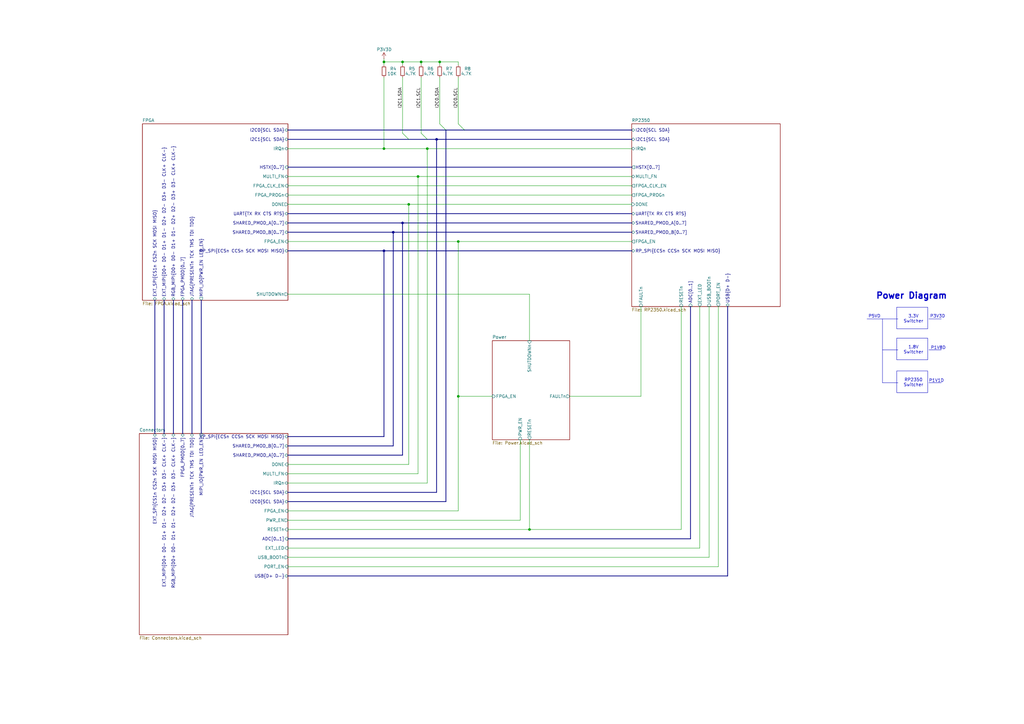
<source format=kicad_sch>
(kicad_sch
	(version 20250114)
	(generator "eeschema")
	(generator_version "9.0")
	(uuid "b75d5d5b-a423-49b6-bf7a-b3510d05dcb9")
	(paper "A3")
	(title_block
		(title "PICO2-NX")
		(date "2025-06-03")
		(rev "0.1")
		(company "tinyVision.ai Inc.")
	)
	(lib_symbols
		(symbol "Device:R_Small"
			(pin_numbers
				(hide yes)
			)
			(pin_names
				(offset 0.254)
				(hide yes)
			)
			(exclude_from_sim no)
			(in_bom yes)
			(on_board yes)
			(property "Reference" "R"
				(at 0 0 90)
				(effects
					(font
						(size 1.016 1.016)
					)
				)
			)
			(property "Value" "R_Small"
				(at 1.778 0 90)
				(effects
					(font
						(size 1.27 1.27)
					)
				)
			)
			(property "Footprint" ""
				(at 0 0 0)
				(effects
					(font
						(size 1.27 1.27)
					)
					(hide yes)
				)
			)
			(property "Datasheet" "~"
				(at 0 0 0)
				(effects
					(font
						(size 1.27 1.27)
					)
					(hide yes)
				)
			)
			(property "Description" "Resistor, small symbol"
				(at 0 0 0)
				(effects
					(font
						(size 1.27 1.27)
					)
					(hide yes)
				)
			)
			(property "ki_keywords" "R resistor"
				(at 0 0 0)
				(effects
					(font
						(size 1.27 1.27)
					)
					(hide yes)
				)
			)
			(property "ki_fp_filters" "R_*"
				(at 0 0 0)
				(effects
					(font
						(size 1.27 1.27)
					)
					(hide yes)
				)
			)
			(symbol "R_Small_0_1"
				(rectangle
					(start -0.762 1.778)
					(end 0.762 -1.778)
					(stroke
						(width 0.2032)
						(type default)
					)
					(fill
						(type none)
					)
				)
			)
			(symbol "R_Small_1_1"
				(pin passive line
					(at 0 2.54 270)
					(length 0.762)
					(name "~"
						(effects
							(font
								(size 1.27 1.27)
							)
						)
					)
					(number "1"
						(effects
							(font
								(size 1.27 1.27)
							)
						)
					)
				)
				(pin passive line
					(at 0 -2.54 90)
					(length 0.762)
					(name "~"
						(effects
							(font
								(size 1.27 1.27)
							)
						)
					)
					(number "2"
						(effects
							(font
								(size 1.27 1.27)
							)
						)
					)
				)
			)
			(embedded_fonts no)
		)
		(symbol "power:VCC"
			(power)
			(pin_numbers
				(hide yes)
			)
			(pin_names
				(offset 0)
				(hide yes)
			)
			(exclude_from_sim no)
			(in_bom yes)
			(on_board yes)
			(property "Reference" "#PWR"
				(at 0 -3.81 0)
				(effects
					(font
						(size 1.27 1.27)
					)
					(hide yes)
				)
			)
			(property "Value" "VCC"
				(at 0 3.556 0)
				(effects
					(font
						(size 1.27 1.27)
					)
				)
			)
			(property "Footprint" ""
				(at 0 0 0)
				(effects
					(font
						(size 1.27 1.27)
					)
					(hide yes)
				)
			)
			(property "Datasheet" ""
				(at 0 0 0)
				(effects
					(font
						(size 1.27 1.27)
					)
					(hide yes)
				)
			)
			(property "Description" "Power symbol creates a global label with name \"VCC\""
				(at 0 0 0)
				(effects
					(font
						(size 1.27 1.27)
					)
					(hide yes)
				)
			)
			(property "ki_keywords" "global power"
				(at 0 0 0)
				(effects
					(font
						(size 1.27 1.27)
					)
					(hide yes)
				)
			)
			(symbol "VCC_0_1"
				(polyline
					(pts
						(xy -0.762 1.27) (xy 0 2.54)
					)
					(stroke
						(width 0)
						(type default)
					)
					(fill
						(type none)
					)
				)
				(polyline
					(pts
						(xy 0 2.54) (xy 0.762 1.27)
					)
					(stroke
						(width 0)
						(type default)
					)
					(fill
						(type none)
					)
				)
				(polyline
					(pts
						(xy 0 0) (xy 0 2.54)
					)
					(stroke
						(width 0)
						(type default)
					)
					(fill
						(type none)
					)
				)
			)
			(symbol "VCC_1_1"
				(pin power_in line
					(at 0 0 90)
					(length 0)
					(name "~"
						(effects
							(font
								(size 1.27 1.27)
							)
						)
					)
					(number "1"
						(effects
							(font
								(size 1.27 1.27)
							)
						)
					)
				)
			)
			(embedded_fonts no)
		)
	)
	(rectangle
		(start 367.792 138.684)
		(end 380.492 147.574)
		(stroke
			(width 0)
			(type default)
		)
		(fill
			(type none)
		)
		(uuid 485c1501-763b-48c9-8a7f-09b87ddeeb19)
	)
	(rectangle
		(start 367.792 125.984)
		(end 380.492 134.874)
		(stroke
			(width 0)
			(type default)
		)
		(fill
			(type none)
		)
		(uuid ab69f9db-a77b-483f-bc37-39862439e3ce)
	)
	(rectangle
		(start 367.792 152.146)
		(end 380.492 161.036)
		(stroke
			(width 0)
			(type default)
		)
		(fill
			(type none)
		)
		(uuid b77e0e3f-c7da-4796-bada-6d6e612e5c9c)
	)
	(text "P1V8D"
		(exclude_from_sim no)
		(at 384.81 142.748 0)
		(effects
			(font
				(size 1.27 1.27)
			)
		)
		(uuid "2e34330c-9cb5-4aab-a601-f2f0fc7dc4c5")
	)
	(text "P1V1D"
		(exclude_from_sim no)
		(at 384.048 156.21 0)
		(effects
			(font
				(size 1.27 1.27)
			)
		)
		(uuid "557a8735-dc27-461e-b71b-4815616856fb")
	)
	(text "3.3V\nSwitcher"
		(exclude_from_sim no)
		(at 374.65 130.81 0)
		(effects
			(font
				(size 1.27 1.27)
			)
		)
		(uuid "765c9957-f922-448a-a325-e7280a77ca5d")
	)
	(text "P5VD"
		(exclude_from_sim no)
		(at 358.648 129.794 0)
		(effects
			(font
				(size 1.27 1.27)
			)
		)
		(uuid "784db386-70f5-4bf2-ad27-5819de6db4dd")
	)
	(text "Power Diagram"
		(exclude_from_sim no)
		(at 373.888 121.412 0)
		(effects
			(font
				(size 2.54 2.54)
				(thickness 0.508)
				(bold yes)
			)
		)
		(uuid "8556204d-c2ed-4083-a68b-a6c409d978c2")
	)
	(text "P3V3D"
		(exclude_from_sim no)
		(at 384.556 129.794 0)
		(effects
			(font
				(size 1.27 1.27)
			)
		)
		(uuid "c1e14fc5-d4ff-4f65-a6a2-3de029bcab0a")
	)
	(text "RP2350\nSwitcher"
		(exclude_from_sim no)
		(at 374.65 156.972 0)
		(effects
			(font
				(size 1.27 1.27)
			)
		)
		(uuid "eb7f5984-d8fd-41d5-8a7f-c8f0d750a36e")
	)
	(text "1.8V\nSwitcher"
		(exclude_from_sim no)
		(at 374.65 143.51 0)
		(effects
			(font
				(size 1.27 1.27)
			)
		)
		(uuid "fdf6fdd8-e6c3-442f-a5cd-c7c4d307fb43")
	)
	(junction
		(at 187.96 99.06)
		(diameter 0)
		(color 0 0 0 0)
		(uuid "04824909-1f0a-416b-ad8a-e74f52190acc")
	)
	(junction
		(at 165.1 25.4)
		(diameter 0)
		(color 0 0 0 0)
		(uuid "0bccc8d5-f804-4afb-8762-58b408e14a8f")
	)
	(junction
		(at 165.1 91.44)
		(diameter 0)
		(color 0 0 0 0)
		(uuid "18888494-1519-47db-9622-3eb7456dfa09")
	)
	(junction
		(at 217.17 217.17)
		(diameter 0)
		(color 0 0 0 0)
		(uuid "33e70b10-35e5-4616-b586-20ac015aaa03")
	)
	(junction
		(at 171.45 72.39)
		(diameter 0)
		(color 0 0 0 0)
		(uuid "416c8db1-c05e-4dd8-8be7-a3b53a2177d8")
	)
	(junction
		(at 157.48 102.87)
		(diameter 0)
		(color 0 0 0 0)
		(uuid "4af6733c-6d99-41eb-9312-942b77493505")
	)
	(junction
		(at 179.07 57.15)
		(diameter 0)
		(color 0 0 0 0)
		(uuid "53902f7a-e379-433e-8cf0-873d78e93d92")
	)
	(junction
		(at 172.72 25.4)
		(diameter 0)
		(color 0 0 0 0)
		(uuid "582fad51-48e7-49a8-8657-c2237abf826f")
	)
	(junction
		(at 180.34 25.4)
		(diameter 0)
		(color 0 0 0 0)
		(uuid "6ef6ccd1-806b-494d-b0b9-38fa4232ba3a")
	)
	(junction
		(at 157.48 25.4)
		(diameter 0)
		(color 0 0 0 0)
		(uuid "7c2d3f30-64cc-405f-b12b-3d7f30e47afa")
	)
	(junction
		(at 161.29 95.25)
		(diameter 0)
		(color 0 0 0 0)
		(uuid "9c72ecf2-b8ab-4e55-bda3-bb0b563e9dea")
	)
	(junction
		(at 187.96 162.56)
		(diameter 0)
		(color 0 0 0 0)
		(uuid "a719b732-008d-411a-86db-95f29353a888")
	)
	(junction
		(at 167.64 83.82)
		(diameter 0)
		(color 0 0 0 0)
		(uuid "c2339882-cb85-478d-9ee5-97faadd1ee23")
	)
	(junction
		(at 157.48 60.96)
		(diameter 0)
		(color 0 0 0 0)
		(uuid "c79195e0-5d63-4e4b-884a-2334e671034d")
	)
	(junction
		(at 175.26 60.96)
		(diameter 0)
		(color 0 0 0 0)
		(uuid "dd8f2743-3a43-4f27-ac8d-585c7ac2d9b2")
	)
	(bus_entry
		(at 167.64 57.15)
		(size -2.54 -2.54)
		(stroke
			(width 0)
			(type default)
		)
		(uuid "1d6baa4a-bd61-4146-b48a-9cf357a1d76c")
	)
	(bus_entry
		(at 175.26 57.15)
		(size -2.54 -2.54)
		(stroke
			(width 0)
			(type default)
		)
		(uuid "7fdcefa3-b865-452f-9506-ad38fa5c96bb")
	)
	(bus_entry
		(at 182.88 53.34)
		(size -2.54 -2.54)
		(stroke
			(width 0)
			(type default)
		)
		(uuid "b64e5067-fcab-48a5-a696-e0056a0459a6")
	)
	(bus_entry
		(at 190.5 53.34)
		(size -2.54 -2.54)
		(stroke
			(width 0)
			(type default)
		)
		(uuid "b8522424-63bf-440b-814f-3f0b7202b135")
	)
	(bus
		(pts
			(xy 298.45 125.73) (xy 298.45 236.22)
		)
		(stroke
			(width 0)
			(type default)
		)
		(uuid "093513b1-9ed2-4cea-86ad-0b18ac95ebfa")
	)
	(wire
		(pts
			(xy 118.11 99.06) (xy 187.96 99.06)
		)
		(stroke
			(width 0)
			(type default)
		)
		(uuid "0ba394c7-c74b-40c1-8fb3-6d1efa13eb6d")
	)
	(wire
		(pts
			(xy 157.48 25.4) (xy 157.48 26.67)
		)
		(stroke
			(width 0)
			(type default)
		)
		(uuid "0c9947c6-4c2e-454d-ac66-af915dfd970a")
	)
	(wire
		(pts
			(xy 118.11 72.39) (xy 171.45 72.39)
		)
		(stroke
			(width 0)
			(type default)
		)
		(uuid "0d8d1ae9-1877-4942-86cc-549324f46c69")
	)
	(wire
		(pts
			(xy 175.26 198.12) (xy 175.26 60.96)
		)
		(stroke
			(width 0)
			(type default)
		)
		(uuid "12a2147a-0c8f-49f9-a3d1-10bfb7dfefa1")
	)
	(wire
		(pts
			(xy 180.34 26.67) (xy 180.34 25.4)
		)
		(stroke
			(width 0)
			(type default)
		)
		(uuid "17927a88-9110-41dd-92db-2456563bb05a")
	)
	(bus
		(pts
			(xy 71.12 123.19) (xy 71.12 177.8)
		)
		(stroke
			(width 0)
			(type default)
		)
		(uuid "1987ccb8-3eba-4be4-8439-fac66ba1c8cb")
	)
	(wire
		(pts
			(xy 279.4 125.73) (xy 279.4 217.17)
		)
		(stroke
			(width 0)
			(type default)
		)
		(uuid "19a47c2f-37fa-49b4-8991-c32615905811")
	)
	(wire
		(pts
			(xy 217.17 139.7) (xy 217.17 120.65)
		)
		(stroke
			(width 0)
			(type default)
		)
		(uuid "1c28c78c-b6de-4da1-a2a2-9d50264d4da2")
	)
	(bus
		(pts
			(xy 118.11 57.15) (xy 167.64 57.15)
		)
		(stroke
			(width 0)
			(type default)
		)
		(uuid "2148495a-b6a8-4993-bf35-d020103ea95e")
	)
	(wire
		(pts
			(xy 118.11 232.41) (xy 294.64 232.41)
		)
		(stroke
			(width 0)
			(type default)
		)
		(uuid "23d177f2-369a-4819-8f20-615ec7f2cf80")
	)
	(wire
		(pts
			(xy 187.96 26.67) (xy 187.96 25.4)
		)
		(stroke
			(width 0)
			(type default)
		)
		(uuid "262aef66-8cc1-48e4-846e-04f9288b4153")
	)
	(bus
		(pts
			(xy 182.88 53.34) (xy 182.88 205.74)
		)
		(stroke
			(width 0)
			(type default)
		)
		(uuid "32cb8e47-0a13-4bae-a5c2-ddb9991daf83")
	)
	(bus
		(pts
			(xy 259.08 68.58) (xy 118.11 68.58)
		)
		(stroke
			(width 0)
			(type default)
		)
		(uuid "3a14aa7e-3429-48d5-9b1f-3a1470190f4f")
	)
	(wire
		(pts
			(xy 217.17 217.17) (xy 118.11 217.17)
		)
		(stroke
			(width 0)
			(type default)
		)
		(uuid "3a6ebbae-8bcb-464f-8322-5fd06f7618aa")
	)
	(wire
		(pts
			(xy 180.34 25.4) (xy 172.72 25.4)
		)
		(stroke
			(width 0)
			(type default)
		)
		(uuid "3c060ef5-1c09-41e7-b1ad-cc364512fc75")
	)
	(wire
		(pts
			(xy 279.4 217.17) (xy 217.17 217.17)
		)
		(stroke
			(width 0)
			(type default)
		)
		(uuid "4474a9cb-0db9-4c0f-9b18-bd1de5b9fcab")
	)
	(wire
		(pts
			(xy 172.72 31.75) (xy 172.72 54.61)
		)
		(stroke
			(width 0)
			(type default)
		)
		(uuid "44a122f2-4239-4dea-b591-1185e4ab5ad8")
	)
	(bus
		(pts
			(xy 118.11 236.22) (xy 298.45 236.22)
		)
		(stroke
			(width 0)
			(type default)
		)
		(uuid "45e5d060-184e-4415-8c7a-19613ae9a744")
	)
	(wire
		(pts
			(xy 290.83 125.73) (xy 290.83 228.6)
		)
		(stroke
			(width 0)
			(type default)
		)
		(uuid "466112db-7825-4d5b-ba88-f39c75824624")
	)
	(wire
		(pts
			(xy 118.11 83.82) (xy 167.64 83.82)
		)
		(stroke
			(width 0)
			(type default)
		)
		(uuid "4b611a13-c074-4773-acd8-d63e17774d66")
	)
	(bus
		(pts
			(xy 175.26 57.15) (xy 179.07 57.15)
		)
		(stroke
			(width 0)
			(type default)
		)
		(uuid "4ea6cb64-1998-4216-b59c-58bf77fee78f")
	)
	(bus
		(pts
			(xy 161.29 95.25) (xy 259.08 95.25)
		)
		(stroke
			(width 0)
			(type default)
		)
		(uuid "530d092c-e056-4158-98b0-9cd07f5d48ea")
	)
	(wire
		(pts
			(xy 187.96 162.56) (xy 201.93 162.56)
		)
		(stroke
			(width 0)
			(type default)
		)
		(uuid "53cf80ae-0f54-495b-b154-3dbe173c2be6")
	)
	(bus
		(pts
			(xy 179.07 57.15) (xy 259.08 57.15)
		)
		(stroke
			(width 0)
			(type default)
		)
		(uuid "570ae08f-c721-459a-ad6f-9d2dccb955a6")
	)
	(bus
		(pts
			(xy 118.11 87.63) (xy 259.08 87.63)
		)
		(stroke
			(width 0)
			(type default)
		)
		(uuid "5989d94d-a8a2-4e4b-aa30-f3c0db1b86d7")
	)
	(wire
		(pts
			(xy 171.45 194.31) (xy 171.45 72.39)
		)
		(stroke
			(width 0)
			(type default)
		)
		(uuid "5b0b7a4a-0a0a-4f8b-a2ec-629fc862166b")
	)
	(polyline
		(pts
			(xy 381 143.51) (xy 386.08 143.51)
		)
		(stroke
			(width 0)
			(type default)
		)
		(uuid "5d5519c3-fcee-487a-b520-9b2a195ef9a5")
	)
	(wire
		(pts
			(xy 262.89 162.56) (xy 262.89 125.73)
		)
		(stroke
			(width 0)
			(type default)
		)
		(uuid "5d793857-283f-4fe9-b61e-91a790f575a4")
	)
	(polyline
		(pts
			(xy 381 156.972) (xy 386.08 156.972)
		)
		(stroke
			(width 0)
			(type default)
		)
		(uuid "61241a36-4464-4a1a-8423-9d793902ca99")
	)
	(wire
		(pts
			(xy 187.96 31.75) (xy 187.96 50.8)
		)
		(stroke
			(width 0)
			(type default)
		)
		(uuid "618d356a-fdb5-482f-8de6-f34315cd370f")
	)
	(bus
		(pts
			(xy 118.11 220.98) (xy 283.21 220.98)
		)
		(stroke
			(width 0)
			(type default)
		)
		(uuid "61cc9eca-23b8-4b46-9058-05be6cd61290")
	)
	(wire
		(pts
			(xy 290.83 228.6) (xy 118.11 228.6)
		)
		(stroke
			(width 0)
			(type default)
		)
		(uuid "6405dbb7-c665-4be0-96c6-63f82a35a8cf")
	)
	(wire
		(pts
			(xy 118.11 80.01) (xy 259.08 80.01)
		)
		(stroke
			(width 0)
			(type default)
		)
		(uuid "69a9bb95-ac55-4c0e-b814-fb72f418a904")
	)
	(bus
		(pts
			(xy 78.74 123.19) (xy 78.74 177.8)
		)
		(stroke
			(width 0)
			(type default)
		)
		(uuid "70f48f3f-d0b6-432f-adf4-6aa36b287f59")
	)
	(wire
		(pts
			(xy 187.96 162.56) (xy 187.96 99.06)
		)
		(stroke
			(width 0)
			(type default)
		)
		(uuid "71959cc4-ca43-4e02-a5f9-9bc2fa10223f")
	)
	(wire
		(pts
			(xy 187.96 25.4) (xy 180.34 25.4)
		)
		(stroke
			(width 0)
			(type default)
		)
		(uuid "76df40d4-ab3f-441b-9478-09375b7cdb05")
	)
	(polyline
		(pts
			(xy 381 130.81) (xy 386.08 130.81)
		)
		(stroke
			(width 0)
			(type default)
		)
		(uuid "77c91b15-228d-4d82-ae75-b6ce76b958fe")
	)
	(wire
		(pts
			(xy 157.48 31.75) (xy 157.48 60.96)
		)
		(stroke
			(width 0)
			(type default)
		)
		(uuid "7956cd07-c6a9-4fb5-8fa4-eaa967ec3cbc")
	)
	(wire
		(pts
			(xy 118.11 190.5) (xy 167.64 190.5)
		)
		(stroke
			(width 0)
			(type default)
		)
		(uuid "7ac12b06-baa9-45c4-b7ea-7c1ce9c5afb4")
	)
	(wire
		(pts
			(xy 118.11 198.12) (xy 175.26 198.12)
		)
		(stroke
			(width 0)
			(type default)
		)
		(uuid "7adbeb6f-99f8-4c65-b861-da717908e5d9")
	)
	(bus
		(pts
			(xy 167.64 57.15) (xy 175.26 57.15)
		)
		(stroke
			(width 0)
			(type default)
		)
		(uuid "7b291c59-59ea-4d84-9493-173f5742c8e8")
	)
	(wire
		(pts
			(xy 118.11 224.79) (xy 287.02 224.79)
		)
		(stroke
			(width 0)
			(type default)
		)
		(uuid "7db579b8-dd1b-4b8a-b34e-737f6084a856")
	)
	(wire
		(pts
			(xy 118.11 194.31) (xy 171.45 194.31)
		)
		(stroke
			(width 0)
			(type default)
		)
		(uuid "7ffee647-0ab5-4619-bdfc-187808b04b30")
	)
	(wire
		(pts
			(xy 167.64 83.82) (xy 259.08 83.82)
		)
		(stroke
			(width 0)
			(type default)
		)
		(uuid "80059b6a-76ae-4a96-b850-53aa2cdfab85")
	)
	(wire
		(pts
			(xy 172.72 25.4) (xy 165.1 25.4)
		)
		(stroke
			(width 0)
			(type default)
		)
		(uuid "80c8aa3b-3fda-4121-a4f0-1fe728a989d7")
	)
	(bus
		(pts
			(xy 118.11 53.34) (xy 182.88 53.34)
		)
		(stroke
			(width 0)
			(type default)
		)
		(uuid "83187158-68c0-4791-8baa-863f5ce3518b")
	)
	(polyline
		(pts
			(xy 361.95 156.972) (xy 368.3 156.972)
		)
		(stroke
			(width 0)
			(type default)
		)
		(uuid "84118530-db88-4afc-af97-37740bcf8d20")
	)
	(bus
		(pts
			(xy 179.07 201.93) (xy 179.07 57.15)
		)
		(stroke
			(width 0)
			(type default)
		)
		(uuid "860ea167-33c2-4b08-a93e-202c9aaa5c53")
	)
	(bus
		(pts
			(xy 182.88 53.34) (xy 190.5 53.34)
		)
		(stroke
			(width 0)
			(type default)
		)
		(uuid "8a5ced65-c02f-40de-9908-fae626273ede")
	)
	(bus
		(pts
			(xy 118.11 186.69) (xy 165.1 186.69)
		)
		(stroke
			(width 0)
			(type default)
		)
		(uuid "8c78fedf-f66c-4147-adc7-8ca60d6b584c")
	)
	(bus
		(pts
			(xy 190.5 53.34) (xy 259.08 53.34)
		)
		(stroke
			(width 0)
			(type default)
		)
		(uuid "8ff38a2f-04f7-4842-87bb-61c59bb0630c")
	)
	(wire
		(pts
			(xy 187.96 99.06) (xy 259.08 99.06)
		)
		(stroke
			(width 0)
			(type default)
		)
		(uuid "949a78da-dfe5-4522-8a1f-1ed67008ab38")
	)
	(wire
		(pts
			(xy 294.64 125.73) (xy 294.64 232.41)
		)
		(stroke
			(width 0)
			(type default)
		)
		(uuid "99606d03-7ef7-4ae0-ad9e-9088c80867aa")
	)
	(wire
		(pts
			(xy 118.11 60.96) (xy 157.48 60.96)
		)
		(stroke
			(width 0)
			(type default)
		)
		(uuid "9b4bf477-36da-4563-8d1a-94745624b656")
	)
	(bus
		(pts
			(xy 118.11 182.88) (xy 161.29 182.88)
		)
		(stroke
			(width 0)
			(type default)
		)
		(uuid "9e9fc474-4596-4ec0-9492-cc539a9a0165")
	)
	(wire
		(pts
			(xy 118.11 209.55) (xy 187.96 209.55)
		)
		(stroke
			(width 0)
			(type default)
		)
		(uuid "a0d6f6d7-d85b-460d-9511-addc206175c5")
	)
	(wire
		(pts
			(xy 157.48 60.96) (xy 175.26 60.96)
		)
		(stroke
			(width 0)
			(type default)
		)
		(uuid "a23639ac-4593-43c0-8502-8a9307b4cd6c")
	)
	(wire
		(pts
			(xy 233.68 162.56) (xy 262.89 162.56)
		)
		(stroke
			(width 0)
			(type default)
		)
		(uuid "a40bcc59-643d-4515-bfad-e2702e14f605")
	)
	(wire
		(pts
			(xy 165.1 31.75) (xy 165.1 54.61)
		)
		(stroke
			(width 0)
			(type default)
		)
		(uuid "a4bb7251-da2e-4aac-a05c-dfaee0918212")
	)
	(bus
		(pts
			(xy 283.21 220.98) (xy 283.21 125.73)
		)
		(stroke
			(width 0)
			(type default)
		)
		(uuid "a7095c7e-9167-4d95-abcf-a71e73520c1f")
	)
	(wire
		(pts
			(xy 165.1 25.4) (xy 157.48 25.4)
		)
		(stroke
			(width 0)
			(type default)
		)
		(uuid "a7f5963e-1678-4c14-b7d1-ec3cc15855d2")
	)
	(bus
		(pts
			(xy 118.11 205.74) (xy 182.88 205.74)
		)
		(stroke
			(width 0)
			(type default)
		)
		(uuid "aa590dec-59ba-4f4a-8d07-1441eedfc53e")
	)
	(wire
		(pts
			(xy 217.17 120.65) (xy 118.11 120.65)
		)
		(stroke
			(width 0)
			(type default)
		)
		(uuid "ad5921e7-b181-4086-a0f3-963ef0b0e957")
	)
	(bus
		(pts
			(xy 118.11 102.87) (xy 157.48 102.87)
		)
		(stroke
			(width 0)
			(type default)
		)
		(uuid "add2ee28-eb4d-4cfc-985c-2fca6c37eb68")
	)
	(bus
		(pts
			(xy 161.29 182.88) (xy 161.29 95.25)
		)
		(stroke
			(width 0)
			(type default)
		)
		(uuid "b224859a-3f9c-4313-ab58-328b90e1b1d2")
	)
	(bus
		(pts
			(xy 165.1 91.44) (xy 165.1 186.69)
		)
		(stroke
			(width 0)
			(type default)
		)
		(uuid "b7721a06-874f-4550-a36c-4b515c344f08")
	)
	(wire
		(pts
			(xy 118.11 213.36) (xy 213.36 213.36)
		)
		(stroke
			(width 0)
			(type default)
		)
		(uuid "ba0eba6a-3207-4c8a-88af-21f6c0ba8cbf")
	)
	(wire
		(pts
			(xy 217.17 180.34) (xy 217.17 217.17)
		)
		(stroke
			(width 0)
			(type default)
		)
		(uuid "babd3546-0e05-4d11-8e28-b2f48aa2c616")
	)
	(bus
		(pts
			(xy 165.1 91.44) (xy 259.08 91.44)
		)
		(stroke
			(width 0)
			(type default)
		)
		(uuid "bc48d81d-0adb-4109-a0da-2a6cb2570b49")
	)
	(bus
		(pts
			(xy 118.11 95.25) (xy 161.29 95.25)
		)
		(stroke
			(width 0)
			(type default)
		)
		(uuid "bf11c744-5fd2-4648-b0f2-63ec7f1b84e8")
	)
	(bus
		(pts
			(xy 118.11 201.93) (xy 179.07 201.93)
		)
		(stroke
			(width 0)
			(type default)
		)
		(uuid "c1f41806-fdc6-4078-99d0-3feccae76b15")
	)
	(wire
		(pts
			(xy 165.1 26.67) (xy 165.1 25.4)
		)
		(stroke
			(width 0)
			(type default)
		)
		(uuid "c2d2ac29-94ae-4179-ba9c-058e29431873")
	)
	(bus
		(pts
			(xy 82.55 123.19) (xy 82.55 177.8)
		)
		(stroke
			(width 0)
			(type default)
		)
		(uuid "c367d56f-978f-4d5f-aa32-18588a104e12")
	)
	(wire
		(pts
			(xy 175.26 60.96) (xy 259.08 60.96)
		)
		(stroke
			(width 0)
			(type default)
		)
		(uuid "c751bbee-0f03-4313-823e-5426dc9432d2")
	)
	(wire
		(pts
			(xy 171.45 72.39) (xy 259.08 72.39)
		)
		(stroke
			(width 0)
			(type default)
		)
		(uuid "cae04a7f-51d1-4267-8518-0c3fae75ab33")
	)
	(polyline
		(pts
			(xy 361.95 143.51) (xy 368.3 143.51)
		)
		(stroke
			(width 0)
			(type default)
		)
		(uuid "caf47ecb-78fd-453d-80d7-c48bec14530d")
	)
	(polyline
		(pts
			(xy 361.95 130.81) (xy 361.95 156.972)
		)
		(stroke
			(width 0)
			(type default)
		)
		(uuid "cbecc2a9-1b7b-429c-927e-a30305b63dde")
	)
	(wire
		(pts
			(xy 157.48 24.13) (xy 157.48 25.4)
		)
		(stroke
			(width 0)
			(type default)
		)
		(uuid "d21faa73-a6f8-4201-8382-6fce21439808")
	)
	(wire
		(pts
			(xy 187.96 162.56) (xy 187.96 209.55)
		)
		(stroke
			(width 0)
			(type default)
		)
		(uuid "d4b0455f-64f6-416f-9de4-3cb61ace90fb")
	)
	(bus
		(pts
			(xy 63.5 123.19) (xy 63.5 177.8)
		)
		(stroke
			(width 0)
			(type default)
		)
		(uuid "d7c863d0-a790-4b10-acfd-43f43ba3c56c")
	)
	(bus
		(pts
			(xy 67.31 123.19) (xy 67.31 177.8)
		)
		(stroke
			(width 0)
			(type default)
		)
		(uuid "e1de5d36-367a-4f30-b5d6-68398cf4f275")
	)
	(wire
		(pts
			(xy 167.64 190.5) (xy 167.64 83.82)
		)
		(stroke
			(width 0)
			(type default)
		)
		(uuid "e29f9b75-b122-4803-8001-193c983fadeb")
	)
	(wire
		(pts
			(xy 118.11 76.2) (xy 259.08 76.2)
		)
		(stroke
			(width 0)
			(type default)
		)
		(uuid "e3d5a178-94f9-49da-a369-06f67e5d1f77")
	)
	(wire
		(pts
			(xy 172.72 26.67) (xy 172.72 25.4)
		)
		(stroke
			(width 0)
			(type default)
		)
		(uuid "e50016c0-19da-4639-8b15-1c03e4e8768f")
	)
	(wire
		(pts
			(xy 287.02 224.79) (xy 287.02 125.73)
		)
		(stroke
			(width 0)
			(type default)
		)
		(uuid "e5ab01fa-55f4-4132-bbbf-71f1134ca49f")
	)
	(bus
		(pts
			(xy 157.48 102.87) (xy 259.08 102.87)
		)
		(stroke
			(width 0)
			(type default)
		)
		(uuid "e632805c-5127-45c1-8977-5fb87d33b9cc")
	)
	(polyline
		(pts
			(xy 355.6 130.81) (xy 368.3 130.81)
		)
		(stroke
			(width 0)
			(type default)
		)
		(uuid "eb49c1f8-b276-4181-972f-8bdad37647b1")
	)
	(bus
		(pts
			(xy 157.48 179.07) (xy 157.48 102.87)
		)
		(stroke
			(width 0)
			(type default)
		)
		(uuid "ee39e333-0861-4f74-ae61-62c4e61d6f59")
	)
	(wire
		(pts
			(xy 213.36 180.34) (xy 213.36 213.36)
		)
		(stroke
			(width 0)
			(type default)
		)
		(uuid "eefc4ded-27f8-415c-ac0f-955727b0a06e")
	)
	(bus
		(pts
			(xy 118.11 91.44) (xy 165.1 91.44)
		)
		(stroke
			(width 0)
			(type default)
		)
		(uuid "f0f882b6-6d83-4f00-a81b-49158dba6a7e")
	)
	(bus
		(pts
			(xy 74.93 123.19) (xy 74.93 177.8)
		)
		(stroke
			(width 0)
			(type default)
		)
		(uuid "fbefbf3e-23b1-49de-9a90-47ee009e1af3")
	)
	(wire
		(pts
			(xy 180.34 31.75) (xy 180.34 50.8)
		)
		(stroke
			(width 0)
			(type default)
		)
		(uuid "fcca3900-9c78-4a00-863d-492988ac1206")
	)
	(bus
		(pts
			(xy 118.11 179.07) (xy 157.48 179.07)
		)
		(stroke
			(width 0)
			(type default)
		)
		(uuid "feea5cf2-515d-4fb1-82eb-737a073da328")
	)
	(label "I2C1.SDA"
		(at 165.1 44.45 90)
		(effects
			(font
				(size 1.27 1.27)
			)
			(justify left bottom)
		)
		(uuid "0383b658-6494-4e90-ab3f-efb64d13bccb")
	)
	(label "I2C0.SCL"
		(at 187.96 44.45 90)
		(effects
			(font
				(size 1.27 1.27)
			)
			(justify left bottom)
		)
		(uuid "03bfe5d5-8a95-4036-a25b-90071d9d5911")
	)
	(label "I2C0.SDA"
		(at 180.34 44.45 90)
		(effects
			(font
				(size 1.27 1.27)
			)
			(justify left bottom)
		)
		(uuid "31de8290-6718-4fcc-911e-5ea80661984f")
	)
	(label "I2C1.SCL"
		(at 172.72 44.45 90)
		(effects
			(font
				(size 1.27 1.27)
			)
			(justify left bottom)
		)
		(uuid "a7a4b621-565b-40d6-abc4-3b647ceb0d7c")
	)
	(symbol
		(lib_id "Device:R_Small")
		(at 180.34 29.21 0)
		(mirror x)
		(unit 1)
		(exclude_from_sim no)
		(in_bom yes)
		(on_board yes)
		(dnp no)
		(uuid "2cf3ae93-58da-460e-8b73-9042f6e971ce")
		(property "Reference" "R7"
			(at 184.15 28.194 0)
			(effects
				(font
					(size 1.27 1.27)
				)
			)
		)
		(property "Value" "4.7K"
			(at 183.642 30.226 0)
			(effects
				(font
					(size 1.27 1.27)
				)
			)
		)
		(property "Footprint" "Resistor_SMD:R_0402_1005Metric"
			(at 180.34 29.21 0)
			(effects
				(font
					(size 1.27 1.27)
				)
				(hide yes)
			)
		)
		(property "Datasheet" "~"
			(at 180.34 29.21 0)
			(effects
				(font
					(size 1.27 1.27)
				)
				(hide yes)
			)
		)
		(property "Description" "Resistor, small symbol"
			(at 180.34 29.21 0)
			(effects
				(font
					(size 1.27 1.27)
				)
				(hide yes)
			)
		)
		(pin "2"
			(uuid "415bd9b6-6121-41b2-8314-9f641556d5e5")
		)
		(pin "1"
			(uuid "ecb5c278-e444-4f18-99b5-4bb6568a70cc")
		)
		(instances
			(project "pico2-nx"
				(path "/b75d5d5b-a423-49b6-bf7a-b3510d05dcb9"
					(reference "R7")
					(unit 1)
				)
			)
		)
	)
	(symbol
		(lib_id "Device:R_Small")
		(at 172.72 29.21 0)
		(mirror x)
		(unit 1)
		(exclude_from_sim no)
		(in_bom yes)
		(on_board yes)
		(dnp no)
		(uuid "4baf112c-cf3f-433e-a10f-96638f6f694d")
		(property "Reference" "R6"
			(at 176.53 28.194 0)
			(effects
				(font
					(size 1.27 1.27)
				)
			)
		)
		(property "Value" "4.7K"
			(at 176.022 30.226 0)
			(effects
				(font
					(size 1.27 1.27)
				)
			)
		)
		(property "Footprint" "Resistor_SMD:R_0402_1005Metric"
			(at 172.72 29.21 0)
			(effects
				(font
					(size 1.27 1.27)
				)
				(hide yes)
			)
		)
		(property "Datasheet" "~"
			(at 172.72 29.21 0)
			(effects
				(font
					(size 1.27 1.27)
				)
				(hide yes)
			)
		)
		(property "Description" "Resistor, small symbol"
			(at 172.72 29.21 0)
			(effects
				(font
					(size 1.27 1.27)
				)
				(hide yes)
			)
		)
		(pin "2"
			(uuid "fe0ed6a1-97f1-4ca7-93da-3308690639d2")
		)
		(pin "1"
			(uuid "5dbe2066-a704-400d-8b93-f3f235bc4e29")
		)
		(instances
			(project "pico2-nx"
				(path "/b75d5d5b-a423-49b6-bf7a-b3510d05dcb9"
					(reference "R6")
					(unit 1)
				)
			)
		)
	)
	(symbol
		(lib_id "Device:R_Small")
		(at 165.1 29.21 0)
		(mirror x)
		(unit 1)
		(exclude_from_sim no)
		(in_bom yes)
		(on_board yes)
		(dnp no)
		(uuid "6a1ae972-cf87-473b-a032-900d3f614b3a")
		(property "Reference" "R5"
			(at 168.91 28.194 0)
			(effects
				(font
					(size 1.27 1.27)
				)
			)
		)
		(property "Value" "4.7K"
			(at 168.402 30.226 0)
			(effects
				(font
					(size 1.27 1.27)
				)
			)
		)
		(property "Footprint" "Resistor_SMD:R_0402_1005Metric"
			(at 165.1 29.21 0)
			(effects
				(font
					(size 1.27 1.27)
				)
				(hide yes)
			)
		)
		(property "Datasheet" "~"
			(at 165.1 29.21 0)
			(effects
				(font
					(size 1.27 1.27)
				)
				(hide yes)
			)
		)
		(property "Description" "Resistor, small symbol"
			(at 165.1 29.21 0)
			(effects
				(font
					(size 1.27 1.27)
				)
				(hide yes)
			)
		)
		(pin "2"
			(uuid "0bf77847-fa47-45e7-bcb2-1d09f8502a13")
		)
		(pin "1"
			(uuid "3cb1a232-49e3-4af4-902f-4be320090385")
		)
		(instances
			(project "pico2-nx"
				(path "/b75d5d5b-a423-49b6-bf7a-b3510d05dcb9"
					(reference "R5")
					(unit 1)
				)
			)
		)
	)
	(symbol
		(lib_id "power:VCC")
		(at 157.48 24.13 0)
		(mirror y)
		(unit 1)
		(exclude_from_sim no)
		(in_bom yes)
		(on_board yes)
		(dnp no)
		(uuid "7ec12463-8569-480c-a785-76a20ebab2be")
		(property "Reference" "#PWR02"
			(at 157.48 24.13 0)
			(effects
				(font
					(size 1.27 1.27)
				)
				(hide yes)
			)
		)
		(property "Value" "P3V3D"
			(at 154.432 20.32 0)
			(effects
				(font
					(size 1.27 1.27)
				)
				(justify right)
			)
		)
		(property "Footprint" ""
			(at 157.48 24.13 0)
			(effects
				(font
					(size 1.27 1.27)
				)
				(hide yes)
			)
		)
		(property "Datasheet" ""
			(at 157.48 24.13 0)
			(effects
				(font
					(size 1.27 1.27)
				)
				(hide yes)
			)
		)
		(property "Description" "Power symbol creates a global label with name \"VCC\""
			(at 157.48 24.13 0)
			(effects
				(font
					(size 1.27 1.27)
				)
				(hide yes)
			)
		)
		(pin "1"
			(uuid "e00e27dd-4e9a-4e07-97fb-8265ecdc5a72")
		)
		(instances
			(project "pico2-nx"
				(path "/b75d5d5b-a423-49b6-bf7a-b3510d05dcb9"
					(reference "#PWR02")
					(unit 1)
				)
			)
		)
	)
	(symbol
		(lib_id "Device:R_Small")
		(at 187.96 29.21 0)
		(mirror x)
		(unit 1)
		(exclude_from_sim no)
		(in_bom yes)
		(on_board yes)
		(dnp no)
		(uuid "a1188af7-3807-4821-b610-abf17e8dbee1")
		(property "Reference" "R8"
			(at 191.77 28.194 0)
			(effects
				(font
					(size 1.27 1.27)
				)
			)
		)
		(property "Value" "4.7K"
			(at 191.262 30.226 0)
			(effects
				(font
					(size 1.27 1.27)
				)
			)
		)
		(property "Footprint" "Resistor_SMD:R_0402_1005Metric"
			(at 187.96 29.21 0)
			(effects
				(font
					(size 1.27 1.27)
				)
				(hide yes)
			)
		)
		(property "Datasheet" "~"
			(at 187.96 29.21 0)
			(effects
				(font
					(size 1.27 1.27)
				)
				(hide yes)
			)
		)
		(property "Description" "Resistor, small symbol"
			(at 187.96 29.21 0)
			(effects
				(font
					(size 1.27 1.27)
				)
				(hide yes)
			)
		)
		(pin "2"
			(uuid "f5707b8e-0d5c-4ec3-a60b-0a856c847d7e")
		)
		(pin "1"
			(uuid "6dc552f7-9597-40ad-8c94-51009648a033")
		)
		(instances
			(project "pico2-nx"
				(path "/b75d5d5b-a423-49b6-bf7a-b3510d05dcb9"
					(reference "R8")
					(unit 1)
				)
			)
		)
	)
	(symbol
		(lib_id "Device:R_Small")
		(at 157.48 29.21 0)
		(mirror x)
		(unit 1)
		(exclude_from_sim no)
		(in_bom yes)
		(on_board yes)
		(dnp no)
		(uuid "ab66d482-aff1-4618-b842-4d485678a6ff")
		(property "Reference" "R4"
			(at 161.29 28.194 0)
			(effects
				(font
					(size 1.27 1.27)
				)
			)
		)
		(property "Value" "10K"
			(at 160.782 30.226 0)
			(effects
				(font
					(size 1.27 1.27)
				)
			)
		)
		(property "Footprint" "Resistor_SMD:R_0402_1005Metric"
			(at 157.48 29.21 0)
			(effects
				(font
					(size 1.27 1.27)
				)
				(hide yes)
			)
		)
		(property "Datasheet" "~"
			(at 157.48 29.21 0)
			(effects
				(font
					(size 1.27 1.27)
				)
				(hide yes)
			)
		)
		(property "Description" "Resistor, small symbol"
			(at 157.48 29.21 0)
			(effects
				(font
					(size 1.27 1.27)
				)
				(hide yes)
			)
		)
		(pin "2"
			(uuid "b6c8b6d6-db53-4f82-a540-88d2b4c89552")
		)
		(pin "1"
			(uuid "c16145b5-87a9-4150-8b6e-aa30ab1dbc52")
		)
		(instances
			(project "pico2-nx"
				(path "/b75d5d5b-a423-49b6-bf7a-b3510d05dcb9"
					(reference "R4")
					(unit 1)
				)
			)
		)
	)
	(sheet
		(at 201.93 139.7)
		(size 31.75 40.64)
		(exclude_from_sim no)
		(in_bom yes)
		(on_board yes)
		(dnp no)
		(fields_autoplaced yes)
		(stroke
			(width 0.1524)
			(type solid)
		)
		(fill
			(color 0 0 0 0.0000)
		)
		(uuid "259c5351-60de-47b4-bd20-37b3e3d7393a")
		(property "Sheetname" "Power"
			(at 201.93 138.9884 0)
			(effects
				(font
					(size 1.27 1.27)
				)
				(justify left bottom)
			)
		)
		(property "Sheetfile" "Power.kicad_sch"
			(at 201.93 180.9246 0)
			(effects
				(font
					(size 1.27 1.27)
				)
				(justify left top)
			)
		)
		(pin "PWR_EN" input
			(at 213.36 180.34 270)
			(uuid "c2c98adf-e5a9-4011-bd57-eaf26d82ec8c")
			(effects
				(font
					(size 1.27 1.27)
				)
				(justify left)
			)
		)
		(pin "FPGA_EN" input
			(at 201.93 162.56 180)
			(uuid "3b7d571e-a643-452f-b51a-adb037de90c6")
			(effects
				(font
					(size 1.27 1.27)
				)
				(justify left)
			)
		)
		(pin "FAULTn" output
			(at 233.68 162.56 0)
			(uuid "6ca28b9b-fba5-4a1c-a60b-2ffb571e4ac6")
			(effects
				(font
					(size 1.27 1.27)
				)
				(justify right)
			)
		)
		(pin "RESETn" output
			(at 217.17 180.34 270)
			(uuid "bf5b0367-479a-4d58-88e1-d3fe322a0641")
			(effects
				(font
					(size 1.27 1.27)
				)
				(justify left)
			)
		)
		(pin "SHUTDOWNn" input
			(at 217.17 139.7 90)
			(uuid "c6499cda-9a46-4f4e-ae50-8beb148f3056")
			(effects
				(font
					(size 1.27 1.27)
				)
				(justify right)
			)
		)
		(instances
			(project "pico2-nx"
				(path "/b75d5d5b-a423-49b6-bf7a-b3510d05dcb9"
					(page "2")
				)
			)
		)
	)
	(sheet
		(at 58.42 50.8)
		(size 59.69 72.39)
		(exclude_from_sim no)
		(in_bom yes)
		(on_board yes)
		(dnp no)
		(fields_autoplaced yes)
		(stroke
			(width 0.1524)
			(type solid)
		)
		(fill
			(color 0 0 0 0.0000)
		)
		(uuid "aeac0197-4f5a-41ee-82b2-d6af8244c5d3")
		(property "Sheetname" "FPGA"
			(at 58.42 50.0884 0)
			(effects
				(font
					(size 1.27 1.27)
				)
				(justify left bottom)
			)
		)
		(property "Sheetfile" "FPGA.kicad_sch"
			(at 58.42 123.7746 0)
			(effects
				(font
					(size 1.27 1.27)
				)
				(justify left top)
			)
		)
		(pin "HSTX[0..7]" input
			(at 118.11 68.58 0)
			(uuid "9c6a330b-a6f5-4b33-ab53-4ce751f24dc4")
			(effects
				(font
					(size 1.27 1.27)
				)
				(justify right)
			)
		)
		(pin "MULTI_FN" bidirectional
			(at 118.11 72.39 0)
			(uuid "17e2a99c-2ab6-4c55-9bf7-95beada5754d")
			(effects
				(font
					(size 1.27 1.27)
				)
				(justify right)
			)
		)
		(pin "FPGA_PMOD[0..7]" bidirectional
			(at 74.93 123.19 270)
			(uuid "d5a103b4-4c78-4f48-bd0c-b85a873493d9")
			(effects
				(font
					(size 1.27 1.27)
				)
				(justify left)
			)
		)
		(pin "EXT_SPI{CS1n CS2n SCK MOSI MISO}" bidirectional
			(at 63.5 123.19 270)
			(uuid "47b5b2e9-5116-4689-ab3b-44ecfd66478a")
			(effects
				(font
					(size 1.27 1.27)
				)
				(justify left)
			)
		)
		(pin "IRQn" bidirectional
			(at 118.11 60.96 0)
			(uuid "637001bb-7a93-4597-9d9f-2cb0578fc9cc")
			(effects
				(font
					(size 1.27 1.27)
				)
				(justify right)
			)
		)
		(pin "FPGA_CLK_EN" input
			(at 118.11 76.2 0)
			(uuid "f227c895-abc0-4804-8a2d-716d03a5fdb0")
			(effects
				(font
					(size 1.27 1.27)
				)
				(justify right)
			)
		)
		(pin "DONE" output
			(at 118.11 83.82 0)
			(uuid "a9519904-d049-471f-9a8f-ee15d8405546")
			(effects
				(font
					(size 1.27 1.27)
				)
				(justify right)
			)
		)
		(pin "I2C1{SCL SDA}" bidirectional
			(at 118.11 57.15 0)
			(uuid "615430d7-ea95-431a-b4f0-4165655e088f")
			(effects
				(font
					(size 1.27 1.27)
				)
				(justify right)
			)
		)
		(pin "SHARED_PMOD_A[0..7]" bidirectional
			(at 118.11 91.44 0)
			(uuid "1681b5b8-b4d2-4b6c-864a-c1f170500477")
			(effects
				(font
					(size 1.27 1.27)
				)
				(justify right)
			)
		)
		(pin "SHARED_PMOD_B[0..7]" bidirectional
			(at 118.11 95.25 0)
			(uuid "d0e6ae97-a1b2-47bc-bcaa-1caa7e868d16")
			(effects
				(font
					(size 1.27 1.27)
				)
				(justify right)
			)
		)
		(pin "RGB_MIPI{D0+ D0- D1+ D1- D2+ D2- D3+ D3- CLK+ CLK-}" bidirectional
			(at 71.12 123.19 270)
			(uuid "0d7786d7-a3be-407d-9f73-2cb36c8e7fde")
			(effects
				(font
					(size 1.27 1.27)
				)
				(justify left)
			)
		)
		(pin "EXT_MIPI{D0+ D0- D1+ D1- D2+ D2- D3+ D3- CLK+ CLK-}" bidirectional
			(at 67.31 123.19 270)
			(uuid "3a7a6a14-41a5-4b7d-ba5b-30692b0b0360")
			(effects
				(font
					(size 1.27 1.27)
				)
				(justify left)
			)
		)
		(pin "JTAG{PRESENTn TCK TMS TDI TDO}" bidirectional
			(at 78.74 123.19 270)
			(uuid "4ff9bb9b-2193-43d4-a80a-d00e07144462")
			(effects
				(font
					(size 1.27 1.27)
				)
				(justify left)
			)
		)
		(pin "FPGA_PROGn" input
			(at 118.11 80.01 0)
			(uuid "9f65903d-a6c8-44ee-967a-da7b20d60ccb")
			(effects
				(font
					(size 1.27 1.27)
				)
				(justify right)
			)
		)
		(pin "MIPI_IO{PWR_EN LED_EN}" output
			(at 82.55 123.19 270)
			(uuid "dc819f5f-4c73-4bf8-9b7c-d9f0a35bfd62")
			(effects
				(font
					(size 1.27 1.27)
				)
				(justify left)
			)
		)
		(pin "SHUTDOWNn" output
			(at 118.11 120.65 0)
			(uuid "5646e1d4-ac1f-4901-93eb-4580da1959c1")
			(effects
				(font
					(size 1.27 1.27)
				)
				(justify right)
			)
		)
		(pin "FPGA_EN" input
			(at 118.11 99.06 0)
			(uuid "8f536c11-92c6-4c5d-9203-9f8d6cf05814")
			(effects
				(font
					(size 1.27 1.27)
				)
				(justify right)
			)
		)
		(pin "I2C0{SCL SDA}" bidirectional
			(at 118.11 53.34 0)
			(uuid "bae9f280-f908-43b3-ac20-6ea8490d3aab")
			(effects
				(font
					(size 1.27 1.27)
				)
				(justify right)
			)
		)
		(pin "UART{TX RX CTS RTS}" bidirectional
			(at 118.11 87.63 0)
			(uuid "32deb43d-2745-41a9-9253-4de5a6d4409e")
			(effects
				(font
					(size 1.27 1.27)
				)
				(justify right)
			)
		)
		(pin "RP_SPI{ECSn CCSn SCK MOSI MISO}" bidirectional
			(at 118.11 102.87 0)
			(uuid "12110b8d-7650-446e-9284-8f39548673bb")
			(effects
				(font
					(size 1.27 1.27)
				)
				(justify right)
			)
		)
		(instances
			(project "pico2-nx"
				(path "/b75d5d5b-a423-49b6-bf7a-b3510d05dcb9"
					(page "3")
				)
			)
		)
	)
	(sheet
		(at 57.15 177.8)
		(size 60.96 82.55)
		(exclude_from_sim no)
		(in_bom yes)
		(on_board yes)
		(dnp no)
		(fields_autoplaced yes)
		(stroke
			(width 0.1524)
			(type solid)
		)
		(fill
			(color 0 0 0 0.0000)
		)
		(uuid "c34cce34-097a-49d0-bf75-c153e8f13cae")
		(property "Sheetname" "Connectors"
			(at 57.15 177.0884 0)
			(effects
				(font
					(size 1.27 1.27)
				)
				(justify left bottom)
			)
		)
		(property "Sheetfile" "Connectors.kicad_sch"
			(at 57.15 260.9346 0)
			(effects
				(font
					(size 1.27 1.27)
				)
				(justify left top)
			)
		)
		(pin "PWR_EN" output
			(at 118.11 213.36 0)
			(uuid "088264e7-194e-40c1-8d61-afebfecc7a0b")
			(effects
				(font
					(size 1.27 1.27)
				)
				(justify right)
			)
		)
		(pin "I2C0{SCL SDA}" bidirectional
			(at 118.11 205.74 0)
			(uuid "2f0f1021-3358-414f-b688-c2fe64877e7a")
			(effects
				(font
					(size 1.27 1.27)
				)
				(justify right)
			)
		)
		(pin "I2C1{SCL SDA}" bidirectional
			(at 118.11 201.93 0)
			(uuid "20f141ce-a357-4a41-8dd4-48e87cf2f419")
			(effects
				(font
					(size 1.27 1.27)
				)
				(justify right)
			)
		)
		(pin "IRQn" bidirectional
			(at 118.11 198.12 0)
			(uuid "e6124f0c-0034-4df9-bd15-e756d213e015")
			(effects
				(font
					(size 1.27 1.27)
				)
				(justify right)
			)
		)
		(pin "EXT_LED" input
			(at 118.11 224.79 0)
			(uuid "8c1374b0-3f11-4d82-8e62-abae722bf791")
			(effects
				(font
					(size 1.27 1.27)
				)
				(justify right)
			)
		)
		(pin "FPGA_PMOD[0..7]" bidirectional
			(at 74.93 177.8 90)
			(uuid "f18ba374-4ae4-46de-873c-7ac7b7391d62")
			(effects
				(font
					(size 1.27 1.27)
				)
				(justify right)
			)
		)
		(pin "SHARED_PMOD_A[0..7]" bidirectional
			(at 118.11 186.69 0)
			(uuid "55edc98a-382a-4cbf-b11f-5c0f1d2cf66a")
			(effects
				(font
					(size 1.27 1.27)
				)
				(justify right)
			)
		)
		(pin "SHARED_PMOD_B[0..7]" bidirectional
			(at 118.11 182.88 0)
			(uuid "06155195-859f-4013-b07b-7262ea083410")
			(effects
				(font
					(size 1.27 1.27)
				)
				(justify right)
			)
		)
		(pin "EXT_SPI{CS1n CS2n SCK MOSI MISO}" bidirectional
			(at 63.5 177.8 90)
			(uuid "e5e01372-8e2c-4535-a8ba-1b24c6c75a80")
			(effects
				(font
					(size 1.27 1.27)
				)
				(justify right)
			)
		)
		(pin "EXT_MIPI{D0+ D0- D1+ D1- D2+ D2- D3+ D3- CLK+ CLK-}" bidirectional
			(at 67.31 177.8 90)
			(uuid "4c0a8e22-b56d-43c7-8f27-27b88ee06f66")
			(effects
				(font
					(size 1.27 1.27)
				)
				(justify right)
			)
		)
		(pin "RGB_MIPI{D0+ D0- D1+ D1- D2+ D2- D3+ D3- CLK+ CLK-}" bidirectional
			(at 71.12 177.8 90)
			(uuid "8c8bd27b-1897-4be8-b1c3-3965cd7a4566")
			(effects
				(font
					(size 1.27 1.27)
				)
				(justify right)
			)
		)
		(pin "FPGA_EN" input
			(at 118.11 209.55 0)
			(uuid "e72bb4db-e79c-4899-bea2-fd2b545d41ac")
			(effects
				(font
					(size 1.27 1.27)
				)
				(justify right)
			)
		)
		(pin "RESETn" input
			(at 118.11 217.17 0)
			(uuid "43506ea1-f06a-4c71-8532-28c0f8cb6cd0")
			(effects
				(font
					(size 1.27 1.27)
				)
				(justify right)
			)
		)
		(pin "DONE" input
			(at 118.11 190.5 0)
			(uuid "6269e350-b36a-4c38-a3ad-de2b0c8764fc")
			(effects
				(font
					(size 1.27 1.27)
				)
				(justify right)
			)
		)
		(pin "MULTI_FN" bidirectional
			(at 118.11 194.31 0)
			(uuid "ba139faa-38b9-4a13-bd8f-1ff356a9422e")
			(effects
				(font
					(size 1.27 1.27)
				)
				(justify right)
			)
		)
		(pin "JTAG{PRESENTn TCK TMS TDI TDO}" bidirectional
			(at 78.74 177.8 90)
			(uuid "bc0b1929-6930-4f90-9eda-ac9f5b905f1d")
			(effects
				(font
					(size 1.27 1.27)
				)
				(justify right)
			)
		)
		(pin "RP_SPI{ECSn CCSn SCK MOSI MISO}" bidirectional
			(at 118.11 179.07 0)
			(uuid "b4a67e92-08c4-49f0-bda1-e71da5d402f0")
			(effects
				(font
					(size 1.27 1.27)
				)
				(justify right)
			)
		)
		(pin "PORT_EN" input
			(at 118.11 232.41 0)
			(uuid "40f5e1da-63de-47ba-8c46-0451d37f302f")
			(effects
				(font
					(size 1.27 1.27)
				)
				(justify right)
			)
		)
		(pin "USB{D+ D-}" bidirectional
			(at 118.11 236.22 0)
			(uuid "d0087415-c525-49de-b81d-71e0aefd21d1")
			(effects
				(font
					(size 1.27 1.27)
				)
				(justify right)
			)
		)
		(pin "MIPI_IO{PWR_EN LED_EN}" input
			(at 82.55 177.8 90)
			(uuid "b9e9d1dd-0760-47c3-8282-c51135a0c423")
			(effects
				(font
					(size 1.27 1.27)
				)
				(justify right)
			)
		)
		(pin "USB_BOOTn" output
			(at 118.11 228.6 0)
			(uuid "d3db53dd-0915-41f9-988b-625fb15252e1")
			(effects
				(font
					(size 1.27 1.27)
				)
				(justify right)
			)
		)
		(pin "ADC[0..1]" input
			(at 118.11 220.98 0)
			(uuid "4659e005-f54c-402d-8c42-953a79d3899c")
			(effects
				(font
					(size 1.27 1.27)
				)
				(justify right)
			)
		)
		(instances
			(project "pico2-nx"
				(path "/b75d5d5b-a423-49b6-bf7a-b3510d05dcb9"
					(page "5")
				)
			)
		)
	)
	(sheet
		(at 259.08 50.8)
		(size 60.96 74.93)
		(exclude_from_sim no)
		(in_bom yes)
		(on_board yes)
		(dnp no)
		(fields_autoplaced yes)
		(stroke
			(width 0.1524)
			(type solid)
		)
		(fill
			(color 0 0 0 0.0000)
		)
		(uuid "e11037e3-ed4c-419c-97f7-6aa5d9674403")
		(property "Sheetname" "RP2350"
			(at 259.08 50.0884 0)
			(effects
				(font
					(size 1.27 1.27)
				)
				(justify left bottom)
			)
		)
		(property "Sheetfile" "RP2350.kicad_sch"
			(at 259.08 126.3146 0)
			(effects
				(font
					(size 1.27 1.27)
				)
				(justify left top)
			)
		)
		(pin "HSTX[0..7]" output
			(at 259.08 68.58 180)
			(uuid "1def6332-61be-42fa-9b4c-182a20fb6bcc")
			(effects
				(font
					(size 1.27 1.27)
				)
				(justify left)
			)
		)
		(pin "IRQn" bidirectional
			(at 259.08 60.96 180)
			(uuid "74c9ac37-fbc4-41d7-b87b-de86e1158914")
			(effects
				(font
					(size 1.27 1.27)
				)
				(justify left)
			)
		)
		(pin "SHARED_PMOD_A[0..7]" bidirectional
			(at 259.08 91.44 180)
			(uuid "123d805f-aa25-4940-b7dc-2d57f3fe41fc")
			(effects
				(font
					(size 1.27 1.27)
				)
				(justify left)
			)
		)
		(pin "I2C0{SCL SDA}" bidirectional
			(at 259.08 53.34 180)
			(uuid "213d58c2-b2dd-4d74-8f15-fc447f1983ab")
			(effects
				(font
					(size 1.27 1.27)
				)
				(justify left)
			)
		)
		(pin "I2C1{SCL SDA}" bidirectional
			(at 259.08 57.15 180)
			(uuid "400fa671-4e4e-47c6-8ce5-21055eb2e1ad")
			(effects
				(font
					(size 1.27 1.27)
				)
				(justify left)
			)
		)
		(pin "SHARED_PMOD_B[0..7]" bidirectional
			(at 259.08 95.25 180)
			(uuid "867fccbf-1eed-4a9e-88c3-406ad71ab85f")
			(effects
				(font
					(size 1.27 1.27)
				)
				(justify left)
			)
		)
		(pin "DONE" input
			(at 259.08 83.82 180)
			(uuid "989de378-f378-4c00-96af-0132e1f61c36")
			(effects
				(font
					(size 1.27 1.27)
				)
				(justify left)
			)
		)
		(pin "MULTI_FN" bidirectional
			(at 259.08 72.39 180)
			(uuid "ce95f076-1078-458f-bceb-51a34aed16e7")
			(effects
				(font
					(size 1.27 1.27)
				)
				(justify left)
			)
		)
		(pin "FPGA_EN" output
			(at 259.08 99.06 180)
			(uuid "e82ed499-0eff-41cd-8977-7f27454adc2b")
			(effects
				(font
					(size 1.27 1.27)
				)
				(justify left)
			)
		)
		(pin "FPGA_CLK_EN" output
			(at 259.08 76.2 180)
			(uuid "fca1176d-1b69-4d29-af45-883318abd8be")
			(effects
				(font
					(size 1.27 1.27)
				)
				(justify left)
			)
		)
		(pin "EXT_LED" output
			(at 287.02 125.73 270)
			(uuid "41483430-c934-46fb-aa71-d8a964aaada9")
			(effects
				(font
					(size 1.27 1.27)
				)
				(justify left)
			)
		)
		(pin "UART{TX RX CTS RTS}" bidirectional
			(at 259.08 87.63 180)
			(uuid "5c36d30c-092b-4a04-8910-c4bfbee286d2")
			(effects
				(font
					(size 1.27 1.27)
				)
				(justify left)
			)
		)
		(pin "RESETn" input
			(at 279.4 125.73 270)
			(uuid "af223435-0fb1-4a42-a27e-79f56f7e4210")
			(effects
				(font
					(size 1.27 1.27)
				)
				(justify left)
			)
		)
		(pin "RP_SPI{ECSn CCSn SCK MOSI MISO}" bidirectional
			(at 259.08 102.87 180)
			(uuid "287aed3e-4384-41a6-b9f5-11854888e2da")
			(effects
				(font
					(size 1.27 1.27)
				)
				(justify left)
			)
		)
		(pin "FPGA_PROGn" output
			(at 259.08 80.01 180)
			(uuid "99960572-8322-4bc1-bae6-c63505684cd8")
			(effects
				(font
					(size 1.27 1.27)
				)
				(justify left)
			)
		)
		(pin "PORT_EN" output
			(at 294.64 125.73 270)
			(uuid "c52fe64b-add1-4361-870e-7914e606b476")
			(effects
				(font
					(size 1.27 1.27)
				)
				(justify left)
			)
		)
		(pin "USB{D+ D-}" bidirectional
			(at 298.45 125.73 270)
			(uuid "92e4ac1e-39bb-40dd-a64e-b5da91e8ce50")
			(effects
				(font
					(size 1.27 1.27)
				)
				(justify left)
			)
		)
		(pin "FAULTn" input
			(at 262.89 125.73 270)
			(uuid "33fef727-1a00-40bb-a487-eaa566761098")
			(effects
				(font
					(size 1.27 1.27)
				)
				(justify left)
			)
		)
		(pin "USB_BOOTn" input
			(at 290.83 125.73 270)
			(uuid "69491cbf-b5c2-4e2c-a43e-a9fe0d767b40")
			(effects
				(font
					(size 1.27 1.27)
				)
				(justify left)
			)
		)
		(pin "ADC[0..1]" input
			(at 283.21 125.73 270)
			(uuid "67c19e21-228e-4bcf-bb27-f865084c398f")
			(effects
				(font
					(size 1.27 1.27)
				)
				(justify left)
			)
		)
		(instances
			(project "pico2-nx"
				(path "/b75d5d5b-a423-49b6-bf7a-b3510d05dcb9"
					(page "4")
				)
			)
		)
	)
	(sheet_instances
		(path "/"
			(page "1")
		)
	)
	(embedded_fonts no)
)

</source>
